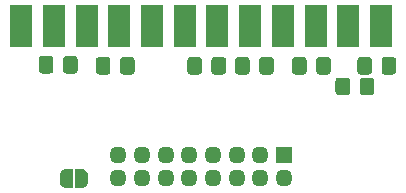
<source format=gbr>
%TF.GenerationSoftware,KiCad,Pcbnew,(5.1.6)-1*%
%TF.CreationDate,2021-02-17T18:40:25-08:00*%
%TF.ProjectId,kg-cable-asl,6b672d63-6162-46c6-952d-61736c2e6b69,rev?*%
%TF.SameCoordinates,Original*%
%TF.FileFunction,Soldermask,Bot*%
%TF.FilePolarity,Negative*%
%FSLAX46Y46*%
G04 Gerber Fmt 4.6, Leading zero omitted, Abs format (unit mm)*
G04 Created by KiCad (PCBNEW (5.1.6)-1) date 2021-02-17 18:40:25*
%MOMM*%
%LPD*%
G01*
G04 APERTURE LIST*
%ADD10O,1.450000X1.450000*%
%ADD11R,1.450000X1.450000*%
%ADD12C,0.100000*%
%ADD13R,1.946667X3.580000*%
G04 APERTURE END LIST*
%TO.C,R7*%
G36*
G01*
X152687900Y-105978262D02*
X152687900Y-105021738D01*
G75*
G02*
X152959638Y-104750000I271738J0D01*
G01*
X153666162Y-104750000D01*
G75*
G02*
X153937900Y-105021738I0J-271738D01*
G01*
X153937900Y-105978262D01*
G75*
G02*
X153666162Y-106250000I-271738J0D01*
G01*
X152959638Y-106250000D01*
G75*
G02*
X152687900Y-105978262I0J271738D01*
G01*
G37*
G36*
G01*
X150637900Y-105978262D02*
X150637900Y-105021738D01*
G75*
G02*
X150909638Y-104750000I271738J0D01*
G01*
X151616162Y-104750000D01*
G75*
G02*
X151887900Y-105021738I0J-271738D01*
G01*
X151887900Y-105978262D01*
G75*
G02*
X151616162Y-106250000I-271738J0D01*
G01*
X150909638Y-106250000D01*
G75*
G02*
X150637900Y-105978262I0J271738D01*
G01*
G37*
%TD*%
%TO.C,R6*%
G36*
G01*
X157507900Y-105978262D02*
X157507900Y-105021738D01*
G75*
G02*
X157779638Y-104750000I271738J0D01*
G01*
X158486162Y-104750000D01*
G75*
G02*
X158757900Y-105021738I0J-271738D01*
G01*
X158757900Y-105978262D01*
G75*
G02*
X158486162Y-106250000I-271738J0D01*
G01*
X157779638Y-106250000D01*
G75*
G02*
X157507900Y-105978262I0J271738D01*
G01*
G37*
G36*
G01*
X155457900Y-105978262D02*
X155457900Y-105021738D01*
G75*
G02*
X155729638Y-104750000I271738J0D01*
G01*
X156436162Y-104750000D01*
G75*
G02*
X156707900Y-105021738I0J-271738D01*
G01*
X156707900Y-105978262D01*
G75*
G02*
X156436162Y-106250000I-271738J0D01*
G01*
X155729638Y-106250000D01*
G75*
G02*
X155457900Y-105978262I0J271738D01*
G01*
G37*
%TD*%
%TO.C,R5*%
G36*
G01*
X148650000Y-105978262D02*
X148650000Y-105021738D01*
G75*
G02*
X148921738Y-104750000I271738J0D01*
G01*
X149628262Y-104750000D01*
G75*
G02*
X149900000Y-105021738I0J-271738D01*
G01*
X149900000Y-105978262D01*
G75*
G02*
X149628262Y-106250000I-271738J0D01*
G01*
X148921738Y-106250000D01*
G75*
G02*
X148650000Y-105978262I0J271738D01*
G01*
G37*
G36*
G01*
X146600000Y-105978262D02*
X146600000Y-105021738D01*
G75*
G02*
X146871738Y-104750000I271738J0D01*
G01*
X147578262Y-104750000D01*
G75*
G02*
X147850000Y-105021738I0J-271738D01*
G01*
X147850000Y-105978262D01*
G75*
G02*
X147578262Y-106250000I-271738J0D01*
G01*
X146871738Y-106250000D01*
G75*
G02*
X146600000Y-105978262I0J271738D01*
G01*
G37*
%TD*%
%TO.C,R4*%
G36*
G01*
X161191000Y-107728262D02*
X161191000Y-106771738D01*
G75*
G02*
X161462738Y-106500000I271738J0D01*
G01*
X162169262Y-106500000D01*
G75*
G02*
X162441000Y-106771738I0J-271738D01*
G01*
X162441000Y-107728262D01*
G75*
G02*
X162169262Y-108000000I-271738J0D01*
G01*
X161462738Y-108000000D01*
G75*
G02*
X161191000Y-107728262I0J271738D01*
G01*
G37*
G36*
G01*
X159141000Y-107728262D02*
X159141000Y-106771738D01*
G75*
G02*
X159412738Y-106500000I271738J0D01*
G01*
X160119262Y-106500000D01*
G75*
G02*
X160391000Y-106771738I0J-271738D01*
G01*
X160391000Y-107728262D01*
G75*
G02*
X160119262Y-108000000I-271738J0D01*
G01*
X159412738Y-108000000D01*
G75*
G02*
X159141000Y-107728262I0J271738D01*
G01*
G37*
%TD*%
%TO.C,R3*%
G36*
G01*
X140100000Y-105021738D02*
X140100000Y-105978262D01*
G75*
G02*
X139828262Y-106250000I-271738J0D01*
G01*
X139121738Y-106250000D01*
G75*
G02*
X138850000Y-105978262I0J271738D01*
G01*
X138850000Y-105021738D01*
G75*
G02*
X139121738Y-104750000I271738J0D01*
G01*
X139828262Y-104750000D01*
G75*
G02*
X140100000Y-105021738I0J-271738D01*
G01*
G37*
G36*
G01*
X142150000Y-105021738D02*
X142150000Y-105978262D01*
G75*
G02*
X141878262Y-106250000I-271738J0D01*
G01*
X141171738Y-106250000D01*
G75*
G02*
X140900000Y-105978262I0J271738D01*
G01*
X140900000Y-105021738D01*
G75*
G02*
X141171738Y-104750000I271738J0D01*
G01*
X141878262Y-104750000D01*
G75*
G02*
X142150000Y-105021738I0J-271738D01*
G01*
G37*
%TD*%
%TO.C,R2*%
G36*
G01*
X163047900Y-105978262D02*
X163047900Y-105021738D01*
G75*
G02*
X163319638Y-104750000I271738J0D01*
G01*
X164026162Y-104750000D01*
G75*
G02*
X164297900Y-105021738I0J-271738D01*
G01*
X164297900Y-105978262D01*
G75*
G02*
X164026162Y-106250000I-271738J0D01*
G01*
X163319638Y-106250000D01*
G75*
G02*
X163047900Y-105978262I0J271738D01*
G01*
G37*
G36*
G01*
X160997900Y-105978262D02*
X160997900Y-105021738D01*
G75*
G02*
X161269638Y-104750000I271738J0D01*
G01*
X161976162Y-104750000D01*
G75*
G02*
X162247900Y-105021738I0J-271738D01*
G01*
X162247900Y-105978262D01*
G75*
G02*
X161976162Y-106250000I-271738J0D01*
G01*
X161269638Y-106250000D01*
G75*
G02*
X160997900Y-105978262I0J271738D01*
G01*
G37*
%TD*%
%TO.C,R1*%
G36*
G01*
X136067900Y-105888262D02*
X136067900Y-104931738D01*
G75*
G02*
X136339638Y-104660000I271738J0D01*
G01*
X137046162Y-104660000D01*
G75*
G02*
X137317900Y-104931738I0J-271738D01*
G01*
X137317900Y-105888262D01*
G75*
G02*
X137046162Y-106160000I-271738J0D01*
G01*
X136339638Y-106160000D01*
G75*
G02*
X136067900Y-105888262I0J271738D01*
G01*
G37*
G36*
G01*
X134017900Y-105888262D02*
X134017900Y-104931738D01*
G75*
G02*
X134289638Y-104660000I271738J0D01*
G01*
X134996162Y-104660000D01*
G75*
G02*
X135267900Y-104931738I0J-271738D01*
G01*
X135267900Y-105888262D01*
G75*
G02*
X134996162Y-106160000I-271738J0D01*
G01*
X134289638Y-106160000D01*
G75*
G02*
X134017900Y-105888262I0J271738D01*
G01*
G37*
%TD*%
D10*
%TO.C,J1*%
X140772900Y-115030000D03*
X140772900Y-113030000D03*
X142772900Y-115030000D03*
X142772900Y-113030000D03*
X144772900Y-115030000D03*
X144772900Y-113030000D03*
X146772900Y-115030000D03*
X146772900Y-113030000D03*
X148772900Y-115030000D03*
X148772900Y-113030000D03*
X150772900Y-115030000D03*
X150772900Y-113030000D03*
X152772900Y-115030000D03*
X152772900Y-113030000D03*
X154772900Y-115030000D03*
D11*
X154772900Y-113030000D03*
%TD*%
D12*
%TO.C,JP7*%
G36*
X136343889Y-115829398D02*
G01*
X136325466Y-115829398D01*
X136320565Y-115829157D01*
X136271734Y-115824347D01*
X136266881Y-115823627D01*
X136218756Y-115814055D01*
X136213995Y-115812863D01*
X136167040Y-115798619D01*
X136162421Y-115796966D01*
X136117088Y-115778189D01*
X136112651Y-115776091D01*
X136069378Y-115752960D01*
X136065171Y-115750438D01*
X136024372Y-115723178D01*
X136020430Y-115720254D01*
X135982501Y-115689126D01*
X135978866Y-115685831D01*
X135944169Y-115651134D01*
X135940874Y-115647499D01*
X135909746Y-115609570D01*
X135906822Y-115605628D01*
X135879562Y-115564829D01*
X135877040Y-115560622D01*
X135853909Y-115517349D01*
X135851811Y-115512912D01*
X135833034Y-115467579D01*
X135831381Y-115462960D01*
X135817137Y-115416005D01*
X135815945Y-115411244D01*
X135806373Y-115363119D01*
X135805653Y-115358266D01*
X135800843Y-115309435D01*
X135800602Y-115304534D01*
X135800602Y-115286111D01*
X135800000Y-115280000D01*
X135800000Y-114780000D01*
X135800602Y-114773889D01*
X135800602Y-114755466D01*
X135800843Y-114750565D01*
X135805653Y-114701734D01*
X135806373Y-114696881D01*
X135815945Y-114648756D01*
X135817137Y-114643995D01*
X135831381Y-114597040D01*
X135833034Y-114592421D01*
X135851811Y-114547088D01*
X135853909Y-114542651D01*
X135877040Y-114499378D01*
X135879562Y-114495171D01*
X135906822Y-114454372D01*
X135909746Y-114450430D01*
X135940874Y-114412501D01*
X135944169Y-114408866D01*
X135978866Y-114374169D01*
X135982501Y-114370874D01*
X136020430Y-114339746D01*
X136024372Y-114336822D01*
X136065171Y-114309562D01*
X136069378Y-114307040D01*
X136112651Y-114283909D01*
X136117088Y-114281811D01*
X136162421Y-114263034D01*
X136167040Y-114261381D01*
X136213995Y-114247137D01*
X136218756Y-114245945D01*
X136266881Y-114236373D01*
X136271734Y-114235653D01*
X136320565Y-114230843D01*
X136325466Y-114230602D01*
X136343889Y-114230602D01*
X136350000Y-114230000D01*
X136850000Y-114230000D01*
X136859755Y-114230961D01*
X136869134Y-114233806D01*
X136877779Y-114238427D01*
X136885355Y-114244645D01*
X136891573Y-114252221D01*
X136896194Y-114260866D01*
X136899039Y-114270245D01*
X136900000Y-114280000D01*
X136900000Y-115780000D01*
X136899039Y-115789755D01*
X136896194Y-115799134D01*
X136891573Y-115807779D01*
X136885355Y-115815355D01*
X136877779Y-115821573D01*
X136869134Y-115826194D01*
X136859755Y-115829039D01*
X136850000Y-115830000D01*
X136350000Y-115830000D01*
X136343889Y-115829398D01*
G37*
G36*
X137140245Y-115829039D02*
G01*
X137130866Y-115826194D01*
X137122221Y-115821573D01*
X137114645Y-115815355D01*
X137108427Y-115807779D01*
X137103806Y-115799134D01*
X137100961Y-115789755D01*
X137100000Y-115780000D01*
X137100000Y-114280000D01*
X137100961Y-114270245D01*
X137103806Y-114260866D01*
X137108427Y-114252221D01*
X137114645Y-114244645D01*
X137122221Y-114238427D01*
X137130866Y-114233806D01*
X137140245Y-114230961D01*
X137150000Y-114230000D01*
X137650000Y-114230000D01*
X137656111Y-114230602D01*
X137674534Y-114230602D01*
X137679435Y-114230843D01*
X137728266Y-114235653D01*
X137733119Y-114236373D01*
X137781244Y-114245945D01*
X137786005Y-114247137D01*
X137832960Y-114261381D01*
X137837579Y-114263034D01*
X137882912Y-114281811D01*
X137887349Y-114283909D01*
X137930622Y-114307040D01*
X137934829Y-114309562D01*
X137975628Y-114336822D01*
X137979570Y-114339746D01*
X138017499Y-114370874D01*
X138021134Y-114374169D01*
X138055831Y-114408866D01*
X138059126Y-114412501D01*
X138090254Y-114450430D01*
X138093178Y-114454372D01*
X138120438Y-114495171D01*
X138122960Y-114499378D01*
X138146091Y-114542651D01*
X138148189Y-114547088D01*
X138166966Y-114592421D01*
X138168619Y-114597040D01*
X138182863Y-114643995D01*
X138184055Y-114648756D01*
X138193627Y-114696881D01*
X138194347Y-114701734D01*
X138199157Y-114750565D01*
X138199398Y-114755466D01*
X138199398Y-114773889D01*
X138200000Y-114780000D01*
X138200000Y-115280000D01*
X138199398Y-115286111D01*
X138199398Y-115304534D01*
X138199157Y-115309435D01*
X138194347Y-115358266D01*
X138193627Y-115363119D01*
X138184055Y-115411244D01*
X138182863Y-115416005D01*
X138168619Y-115462960D01*
X138166966Y-115467579D01*
X138148189Y-115512912D01*
X138146091Y-115517349D01*
X138122960Y-115560622D01*
X138120438Y-115564829D01*
X138093178Y-115605628D01*
X138090254Y-115609570D01*
X138059126Y-115647499D01*
X138055831Y-115651134D01*
X138021134Y-115685831D01*
X138017499Y-115689126D01*
X137979570Y-115720254D01*
X137975628Y-115723178D01*
X137934829Y-115750438D01*
X137930622Y-115752960D01*
X137887349Y-115776091D01*
X137882912Y-115778189D01*
X137837579Y-115796966D01*
X137832960Y-115798619D01*
X137786005Y-115812863D01*
X137781244Y-115814055D01*
X137733119Y-115823627D01*
X137728266Y-115824347D01*
X137679435Y-115829157D01*
X137674534Y-115829398D01*
X137656111Y-115829398D01*
X137650000Y-115830000D01*
X137150000Y-115830000D01*
X137140245Y-115829039D01*
G37*
%TD*%
D13*
%TO.C,J2*%
X132537900Y-102108000D03*
X135307900Y-102108000D03*
X138077900Y-102108000D03*
X140847900Y-102108000D03*
X143617900Y-102108000D03*
X146387900Y-102108000D03*
X149157900Y-102108000D03*
X151927900Y-102108000D03*
X154697900Y-102108000D03*
X157467900Y-102108000D03*
X160237900Y-102108000D03*
X163007900Y-102108000D03*
%TD*%
M02*

</source>
